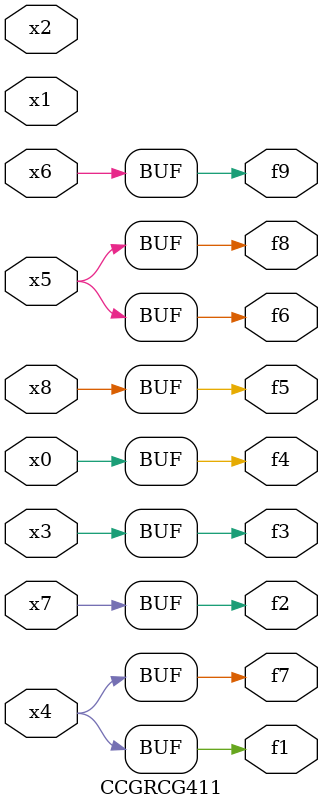
<source format=v>
module CCGRCG411(
	input x0, x1, x2, x3, x4, x5, x6, x7, x8,
	output f1, f2, f3, f4, f5, f6, f7, f8, f9
);
	assign f1 = x4;
	assign f2 = x7;
	assign f3 = x3;
	assign f4 = x0;
	assign f5 = x8;
	assign f6 = x5;
	assign f7 = x4;
	assign f8 = x5;
	assign f9 = x6;
endmodule

</source>
